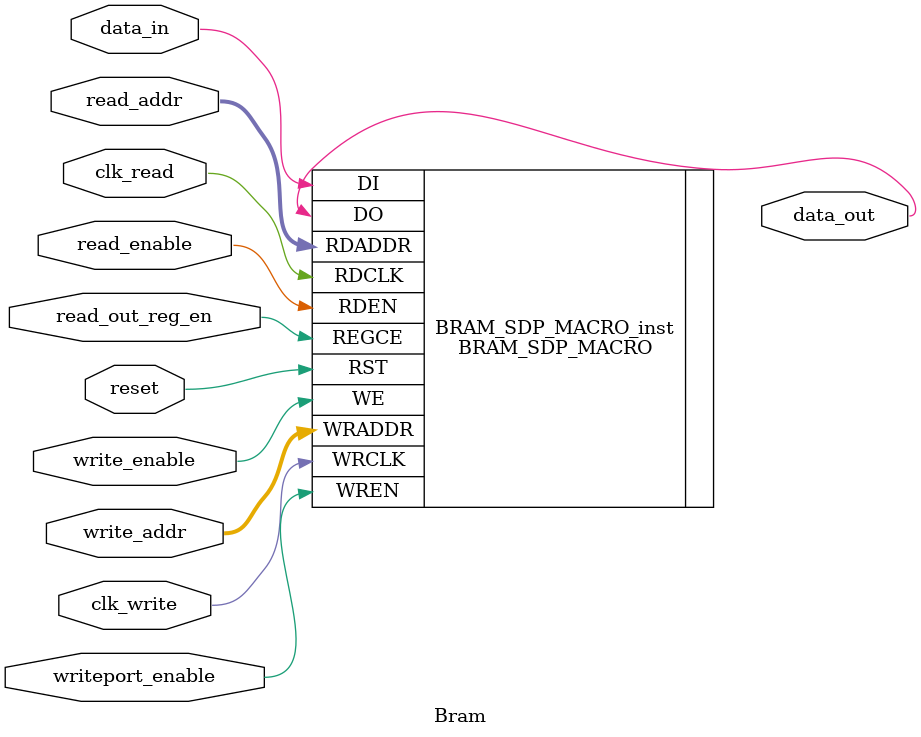
<source format=sv>

`default_nettype none
`timescale 1ns / 1ps


module Bram #(
    // See table above fot the correct configuration
    parameter BRAM_SIZE="36Kb",   // BRAM size
    parameter WIDTH=1,
    //parameter DEPTH=2048,
    parameter DEPTH=32768,
    localparam ADDRW=$clog2(DEPTH),
    localparam INIT_FILE=""
) (
    input  wire logic clk_read,        // read clock
    input  wire logic clk_write,        // write clock
    input  wire logic reset,
    input  wire logic read_enable,
    input  wire logic write_enable,
    input  wire logic read_out_reg_en,
    input  wire logic writeport_enable,

    input  wire logic [ADDRW-1:0] read_addr,
    input  wire logic [ADDRW-1:0] write_addr,
    input  wire logic [WIDTH-1:0] data_in,        // data in
    output wire logic [WIDTH-1:0] data_out        // data out
    );

BRAM_SDP_MACRO #(
    .BRAM_SIZE(BRAM_SIZE), // Target BRAM, "18Kb" or "36Kb"
    .DEVICE("7SERIES"), // Target device: "7SERIES"
    .WRITE_WIDTH(WIDTH), // Valid values are 1-72 (37-72 only valid when BRAM_SIZE="36Kb")
    .READ_WIDTH(WIDTH), // Valid values are 1-72 (37-72 only valid when BRAM_SIZE="36Kb")
    .DO_REG(0), // Optional output register (0 or 1)
    .INIT_FILE(INIT_FILE),
    .SIM_COLLISION_CHECK("ALL"), // Collision check enable "ALL", "WARNING_ONLY",
    // "GENERATE_X_ONLY" or "NONE"
    .SRVAL(72'h00000000000000), // Set/Reset value forr port output
    .INIT(72'h08080808080808), // Initial values on output port
    .WRITE_MODE("WRITE_FIRST"), // Specify "READ_FIRST" forr same clock or synchronous clocks
    // Specify "WRITE_FIRST forr asynchronous clocks on ports
    //.INIT_00(256'h0000000000000000000000000000000000000000000000000000000000000000),
    //.INIT_01(256'h0000000000000000000000000000000000000000000000000000000000000000),
    //.INIT_02(256'h0000000000000000000000000000000000000000000000000000000000000000),
    //.INIT_03(256'h0000000000000000000000000000000000000000000000000000000000000000),
    //.INIT_04(256'h0000000000000000000000000000000000000000000000000000000000000000),
    //.INIT_05(256'h0000000000000000000000000000000000000000000000000000000000000000),
    //.INIT_06(256'h0000000000000000000000000000000000000000000000000000000000000000),
    //.INIT_07(256'h0000000000000000000000000000000000000000000000000000000000000000),
    //.INIT_08(256'h0000000000000000000000000000000000000000000000000000000000000000),
    //.INIT_09(256'h0000000000000000000000000000000000000000000000000000000000000000),
    //.INIT_0A(256'h0000000000000000000000000000000000000000000000000000000000000000),
    //.INIT_0B(256'h0000000000000000000000000000000000000000000000000000000000000000),
    //.INIT_0C(256'h0000000000000000000000000000000000000000000000000000000000000000),
    //.INIT_0D(256'h0000000000000000000000000000000000000000000000000000000000000000),
    //.INIT_0E(256'h0000000000000000000000000000000000000000000000000000000000000000),
    //.INIT_0F(256'h0000000000000000000000000000000000000000000000000000000000000000),
    //.INIT_10(256'h0000000000000000000000000000000000000000000000000000000000000000),
    //.INIT_11(256'h0000000000000000000000000000000000000000000000000000000000000000),
    //.INIT_12(256'h0000000000000000000000000000000000000000000000000000000000000000),
    //.INIT_13(256'h0000000000000000000000000000000000000000000000000000000000000000),
    //.INIT_14(256'h0000000000000000000000000000000000000000000000000000000000000000),
    //.INIT_15(256'h0000000000000000000000000000000000000000000000000000000000000000),
    //.INIT_16(256'h0000000000000000000000000000000000000000000000000000000000000000),
    //.INIT_17(256'h0000000000000000000000000000000000000000000000000000000000000000),
    //.INIT_18(256'h0000000000000000000000000000000000000000000000000000000000000000),
    //.INIT_19(256'h0000000000000000000000000000000000000000000000000000000000000000),
    //.INIT_1A(256'h0000000000000000000000000000000000000000000000000000000000000000),
    //.INIT_1B(256'h0000000000000000000000000000000000000000000000000000000000000000),
    //.INIT_1C(256'h0000000000000000000000000000000000000000000000000000000000000000),
    //.INIT_1D(256'h0000000000000000000000000000000000000000000000000000000000000000),
    //.INIT_1E(256'h0000000000000000000000000000000000000000000000000000000000000000),
    //.INIT_1F(256'h0000000000000000000000000000000000000000000000000000000000000000),
    //.INIT_20(256'h0000000000000000000000000000000000000000000000000000000000000000),
    //.INIT_21(256'h0000000000000000000000000000000000000000000000000000000000000000),
    //.INIT_22(256'h0000000000000000000000000000000000000000000000000000000000000000),
    //.INIT_23(256'h0000000000000000000000000000000000000000000000000000000000000000),
    //.INIT_24(256'h0000000000000000000000000000000000000000000000000000000000000000),
    //.INIT_25(256'h0000000000000000000000000000000000000000000000000000000000000000),
    //.INIT_26(256'h0000000000000000000000000000000000000000000000000000000000000000),
    //.INIT_27(256'h0000000000000000000000000000000000000000000000000000000000000000),
    //.INIT_28(256'h0000000000000000000000000000000000000000000000000000000000000000),
    //.INIT_29(256'h0000000000000000000000000000000000000000000000000000000000000000),
    //.INIT_2A(256'h0000000000000000000000000000000000000000000000000000000000000000),
    //.INIT_2B(256'h0000000000000000000000000000000000000000000000000000000000000000),
    //.INIT_2C(256'h0000000000000000000000000000000000000000000000000000000000000000),
    //.INIT_2D(256'h0000000000000000000000000000000000000000000000000000000000000000),
    //.INIT_2E(256'h0000000000000000000000000000000000000000000000000000000000000000),
    //.INIT_2F(256'h0000000000000000000000000000000000000000000000000000000000000000),
    //.INIT_30(256'h0000000000000000000000000000000000000000000000000000000000000000),
    //.INIT_31(256'h0000000000000000000000000000000000000000000000000000000000000000),
    //.INIT_32(256'h0000000000000000000000000000000000000000000000000000000000000000),
    //.INIT_33(256'h0000000000000000000000000000000000000000000000000000000000000000),
    //.INIT_34(256'h0000000000000000000000000000000000000000000000000000000000000000),
    //.INIT_35(256'h0000000000000000000000000000000000000000000000000000000000000000),
    //.INIT_36(256'h0000000000000000000000000000000000000000000000000000000000000000),
    //.INIT_37(256'h0000000000000000000000000000000000000000000000000000000000000000),
    //.INIT_38(256'h0000000000000000000000000000000000000000000000000000000000000000),
    //.INIT_39(256'h0000000000000000000000000000000000000000000000000000000000000000),
    //.INIT_3A(256'h0000000000000000000000000000000000000000000000000000000000000000),
    //.INIT_3B(256'h0000000000000000000000000000000000000000000000000000000000000000),
    //.INIT_3C(256'h0000000000000000000000000000000000000000000000000000000000000000),
    //.INIT_3D(256'h0000000000000000000000000000000000000000000000000000000000000000),
    //.INIT_3E(256'h0000000000000000000000000000000000000000000000000000000000000000),
    //.INIT_3F(256'h0000000000000000000000000000000000000000000000000000000000000000),
    // The next set of INIT_xx are valid when configured as 36Kb
    //.INIT_40(256'h0000000000000000000000000000000000000000000000000000000000000000),
    //.INIT_41(256'h0000000000000000000000000000000000000000000000000000000000000000),
    //.INIT_42(256'h0000000000000000000000000000000000000000000000000000000000000000),
    //.INIT_43(256'h0000000000000000000000000000000000000000000000000000000000000000),
    //.INIT_44(256'h0000000000000000000000000000000000000000000000000000000000000000),
    //.INIT_45(256'h0000000000000000000000000000000000000000000000000000000000000000),
    //.INIT_46(256'h0000000000000000000000000000000000000000000000000000000000000000),
    //.INIT_47(256'h0000000000000000000000000000000000000000000000000000000000000000),
    //.INIT_48(256'h0000000000000000000000000000000000000000000000000000000000000000),
    //.INIT_49(256'h0000000000000000000000000000000000000000000000000000000000000000),
    //.INIT_4A(256'h0000000000000000000000000000000000000000000000000000000000000000),
    //.INIT_4B(256'h0000000000000000000000000000000000000000000000000000000000000000),
    //.INIT_4C(256'h0000000000000000000000000000000000000000000000000000000000000000),
    //.INIT_4D(256'h0000000000000000000000000000000000000000000000000000000000000000),
    //.INIT_4E(256'h0000000000000000000000000000000000000000000000000000000000000000),
    //.INIT_4F(256'h0000000000000000000000000000000000000000000000000000000000000000),
    //.INIT_50(256'h0000000000000000000000000000000000000000000000000000000000000000),
    //.INIT_51(256'h0000000000000000000000000000000000000000000000000000000000000000),
    //.INIT_52(256'h0000000000000000000000000000000000000000000000000000000000000000),
    //.INIT_53(256'h0000000000000000000000000000000000000000000000000000000000000000),
    //.INIT_54(256'h0000000000000000000000000000000000000000000000000000000000000000),
    //.INIT_55(256'h0000000000000000000000000000000000000000000000000000000000000000),
    //.INIT_56(256'h0000000000000000000000000000000000000000000000000000000000000000),
    //.INIT_57(256'h0000000000000000000000000000000000000000000000000000000000000000),
    //.INIT_58(256'h0000000000000000000000000000000000000000000000000000000000000000),
    //.INIT_59(256'h0000000000000000000000000000000000000000000000000000000000000000),
    //.INIT_5A(256'h0000000000000000000000000000000000000000000000000000000000000000),
    //.INIT_5B(256'h0000000000000000000000000000000000000000000000000000000000000000),
    //.INIT_5C(256'h0000000000000000000000000000000000000000000000000000000000000000),
    //.INIT_5D(256'h0000000000000000000000000000000000000000000000000000000000000000),
    //.INIT_5E(256'h0000000000000000000000000000000000000000000000000000000000000000),
    //.INIT_5F(256'h0000000000000000000000000000000000000000000000000000000000000000),
    //.INIT_60(256'h0000000000000000000000000000000000000000000000000000000000000000),
    //.INIT_61(256'h0000000000000000000000000000000000000000000000000000000000000000),
    //.INIT_62(256'h0000000000000000000000000000000000000000000000000000000000000000),
    //.INIT_63(256'h0000000000000000000000000000000000000000000000000000000000000000),
    //.INIT_64(256'h0000000000000000000000000000000000000000000000000000000000000000),
    //.INIT_65(256'h0000000000000000000000000000000000000000000000000000000000000000),
    //.INIT_66(256'h0000000000000000000000000000000000000000000000000000000000000000),
    //.INIT_67(256'h0000000000000000000000000000000000000000000000000000000000000000),
    //.INIT_68(256'h0000000000000000000000000000000000000000000000000000000000000000),
    //.INIT_69(256'h0000000000000000000000000000000000000000000000000000000000000000),
    //.INIT_6A(256'h0000000000000000000000000000000000000000000000000000000000000000),
    //.INIT_6B(256'h0000000000000000000000000000000000000000000000000000000000000000),
    //.INIT_6C(256'h0000000000000000000000000000000000000000000000000000000000000000),
    //.INIT_6D(256'h0000000000000000000000000000000000000000000000000000000000000000),
    //.INIT_6E(256'h0000000000000000000000000000000000000000000000000000000000000000),
    //.INIT_6F(256'h0000000000000000000000000000000000000000000000000000000000000000),
    //.INIT_70(256'h0000000000000000000000000000000000000000000000000000000000000000),
    //.INIT_71(256'h0000000000000000000000000000000000000000000000000000000000000000),
    //.INIT_72(256'h0000000000000000000000000000000000000000000000000000000000000000),
    //.INIT_73(256'h0000000000000000000000000000000000000000000000000000000000000000),
    //.INIT_74(256'h0000000000000000000000000000000000000000000000000000000000000000),
    //.INIT_75(256'h0000000000000000000000000000000000000000000000000000000000000000),
    //.INIT_76(256'h0000000000000000000000000000000000000000000000000000000000000000),
    //.INIT_77(256'h0000000000000000000000000000000000000000000000000000000000000000),
    //.INIT_78(256'h0000000000000000000000000000000000000000000000000000000000000000),
    //.INIT_79(256'h0000000000000000000000000000000000000000000000000000000000000000),
    //.INIT_7A(256'h0000000000000000000000000000000000000000000000000000000000000000),
    //.INIT_7B(256'h0000000000000000000000000000000000000000000000000000000000000000),
    //.INIT_7C(256'h0000000000000000000000000000000000000000000000000000000000000000),
    //.INIT_7D(256'h0000000000000000000000000000000000000000000000000000000000000000),
    //.INIT_7E(256'h0000000000000000000000000000000000000000000000000000000000000000),
    //.INIT_7F(256'h0000000000000000000000000000000000000000000000000000000000000000),
    // The next set of INITP_xx are forr the parity bits
    .INITP_00(256'h0000000000000000000000000000000000000000000000000000000000000000),
    .INITP_01(256'h0000000000000000000000000000000000000000000000000000000000000000),
    .INITP_02(256'h0000000000000000000000000000000000000000000000000000000000000000),
    .INITP_03(256'h0000000000000000000000000000000000000000000000000000000000000000),
    .INITP_04(256'h0000000000000000000000000000000000000000000000000000000000000000),
    .INITP_05(256'h0000000000000000000000000000000000000000000000000000000000000000),
    .INITP_06(256'h0000000000000000000000000000000000000000000000000000000000000000),
    .INITP_07(256'h0000000000000000000000000000000000000000000000000000000000000000),
    // The next set of INITP_xx are valid when configured as 36Kb
    .INITP_08(256'h0000000000000000000000000000000000000000000000000000000000000000),
    .INITP_09(256'h0000000000000000000000000000000000000000000000000000000000000000),
    .INITP_0A(256'h0000000000000000000000000000000000000000000000000000000000000000),
    .INITP_0B(256'h0000000000000000000000000000000000000000000000000000000000000000),
    .INITP_0C(256'h0000000000000000000000000000000000000000000000000000000000000000),
    .INITP_0D(256'h0000000000000000000000000000000000000000000000000000000000000000),
    .INITP_0E(256'h0000000000000000000000000000000000000000000000000000000000000000),
    .INITP_0F(256'h0000000000000000000000000000000000000000000000000000000000000000)
) BRAM_SDP_MACRO_inst (
    .DO(data_out),             // Output read data port, width defined by READ_WIDTH parameter
    .DI(data_in),             // Input write data port, width defined by WRITE_WIDTH parameter
    .RDADDR(read_addr),  // Input read address, width defined by read port depth
    .RDCLK(clk_read),    // 1-bit input read clock
    .RDEN(read_enable),  // 1-bit input read port enable
    .REGCE(read_out_reg_en),       // 1-bit input read output register enable
    .RST(reset),         // 1-bit input reset
    .WE(write_enable),   // Input write enable, width defined by write port depth
    .WRADDR(write_addr), // Input write address, width defined by write port depth
    .WRCLK(clk_write),   // 1-bit input write clock
    .WREN(writeport_enable)          // 1-bit input write port enable
);
// End of BRAM_SDP_MACRO_inst instantiation
endmodule

</source>
